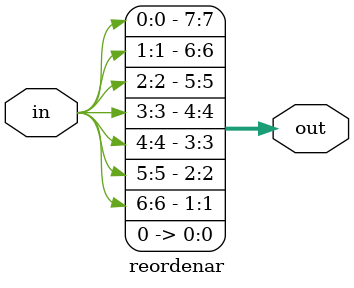
<source format=v>
module reordenar (
    input  [7:0] in,
    output [7:0] out
);
    assign out = {in[0], in[1], in[2], in[3], in[4], in[5], in[6], 1'b0}; // MSB = 0
endmodule

</source>
